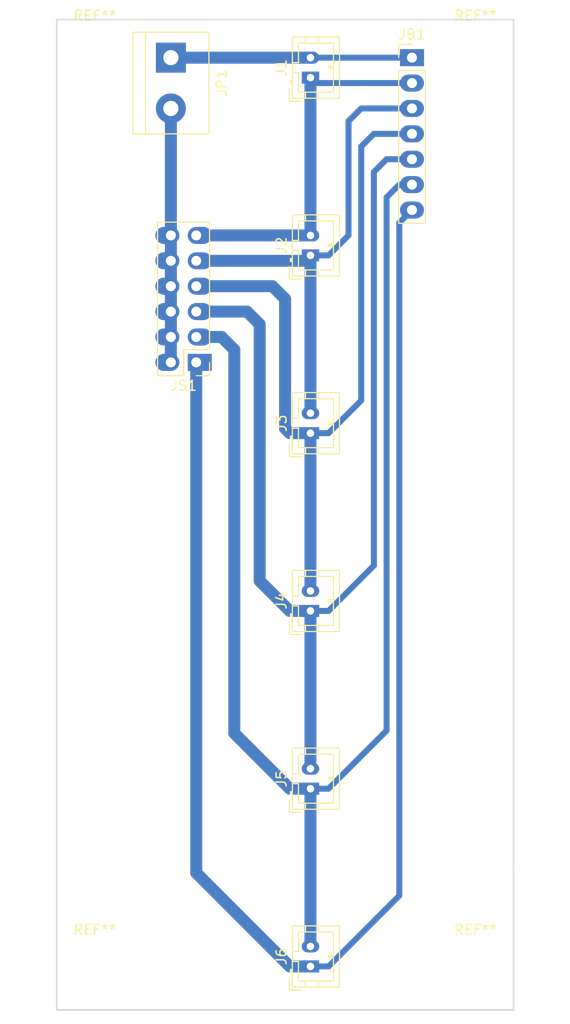
<source format=kicad_pcb>
(kicad_pcb (version 20171130) (host pcbnew "(5.0.0)")

  (general
    (thickness 1.6)
    (drawings 6)
    (tracks 61)
    (zones 0)
    (modules 13)
    (nets 9)
  )

  (page A4)
  (layers
    (0 F.Cu signal)
    (31 B.Cu signal)
    (32 B.Adhes user)
    (33 F.Adhes user)
    (34 B.Paste user)
    (35 F.Paste user)
    (36 B.SilkS user)
    (37 F.SilkS user)
    (38 B.Mask user)
    (39 F.Mask user)
    (40 Dwgs.User user)
    (41 Cmts.User user)
    (42 Eco1.User user)
    (43 Eco2.User user)
    (44 Edge.Cuts user)
    (45 Margin user)
    (46 B.CrtYd user)
    (47 F.CrtYd user)
    (48 B.Fab user)
    (49 F.Fab user)
  )

  (setup
    (last_trace_width 1.2)
    (trace_clearance 0.35)
    (zone_clearance 0.508)
    (zone_45_only no)
    (trace_min 0.2)
    (segment_width 0.2)
    (edge_width 0.15)
    (via_size 0.8)
    (via_drill 0.4)
    (via_min_size 0.4)
    (via_min_drill 0.3)
    (uvia_size 0.3)
    (uvia_drill 0.1)
    (uvias_allowed no)
    (uvia_min_size 0.2)
    (uvia_min_drill 0.1)
    (pcb_text_width 0.3)
    (pcb_text_size 1.5 1.5)
    (mod_edge_width 0.15)
    (mod_text_size 1 1)
    (mod_text_width 0.15)
    (pad_size 2.4 1.7)
    (pad_drill 1)
    (pad_to_mask_clearance 0.2)
    (aux_axis_origin 0 0)
    (visible_elements 7FFFFFFF)
    (pcbplotparams
      (layerselection 0x01000_fffffffe)
      (usegerberextensions false)
      (usegerberattributes false)
      (usegerberadvancedattributes false)
      (creategerberjobfile false)
      (gerberprecision 5)
      (excludeedgelayer true)
      (linewidth 0.100000)
      (plotframeref false)
      (viasonmask false)
      (mode 1)
      (useauxorigin false)
      (hpglpennumber 1)
      (hpglpenspeed 20)
      (hpglpendiameter 15.000000)
      (psnegative false)
      (psa4output false)
      (plotreference true)
      (plotvalue true)
      (plotinvisibletext false)
      (padsonsilk false)
      (subtractmaskfromsilk false)
      (outputformat 1)
      (mirror false)
      (drillshape 0)
      (scaleselection 1)
      (outputdirectory "Gerber/"))
  )

  (net 0 "")
  (net 1 /-)
  (net 2 /+1s)
  (net 3 /+2s)
  (net 4 /+3s)
  (net 5 /+4s)
  (net 6 /+5s)
  (net 7 /+6s)
  (net 8 /+)

  (net_class Default "Dies ist die voreingestellte Netzklasse."
    (clearance 0.35)
    (trace_width 1.2)
    (via_dia 0.8)
    (via_drill 0.4)
    (uvia_dia 0.3)
    (uvia_drill 0.1)
    (add_net /+)
    (add_net /+1s)
    (add_net /+2s)
    (add_net /+3s)
    (add_net /+4s)
    (add_net /+5s)
    (add_net /+6s)
    (add_net /-)
  )

  (module MountingHole:MountingHole_3.2mm_M3 (layer F.Cu) (tedit 56D1B4CB) (tstamp 5BBDEA51)
    (at 119.38 149.86)
    (descr "Mounting Hole 3.2mm, no annular, M3")
    (tags "mounting hole 3.2mm no annular m3")
    (attr virtual)
    (fp_text reference REF** (at 0 -4.2) (layer F.SilkS)
      (effects (font (size 1 1) (thickness 0.15)))
    )
    (fp_text value MountingHole_3.2mm_M3 (at 0 4.2) (layer F.Fab)
      (effects (font (size 1 1) (thickness 0.15)))
    )
    (fp_text user %R (at 0.3 0) (layer F.Fab)
      (effects (font (size 1 1) (thickness 0.15)))
    )
    (fp_circle (center 0 0) (end 3.2 0) (layer Cmts.User) (width 0.15))
    (fp_circle (center 0 0) (end 3.45 0) (layer F.CrtYd) (width 0.05))
    (pad 1 np_thru_hole circle (at 0 0) (size 3.2 3.2) (drill 3.2) (layers *.Cu *.Mask))
  )

  (module MountingHole:MountingHole_3.2mm_M3 (layer F.Cu) (tedit 56D1B4CB) (tstamp 5BBBD307)
    (at 157.48 149.86)
    (descr "Mounting Hole 3.2mm, no annular, M3")
    (tags "mounting hole 3.2mm no annular m3")
    (attr virtual)
    (fp_text reference REF** (at 0 -4.2) (layer F.SilkS)
      (effects (font (size 1 1) (thickness 0.15)))
    )
    (fp_text value MountingHole_3.2mm_M3 (at 0 4.2) (layer F.Fab)
      (effects (font (size 1 1) (thickness 0.15)))
    )
    (fp_circle (center 0 0) (end 3.45 0) (layer F.CrtYd) (width 0.05))
    (fp_circle (center 0 0) (end 3.2 0) (layer Cmts.User) (width 0.15))
    (fp_text user %R (at 0.3 0) (layer F.Fab)
      (effects (font (size 1 1) (thickness 0.15)))
    )
    (pad 1 np_thru_hole circle (at 0 0) (size 3.2 3.2) (drill 3.2) (layers *.Cu *.Mask))
  )

  (module MountingHole:MountingHole_3.2mm_M3 (layer F.Cu) (tedit 56D1B4CB) (tstamp 5BBBD2F9)
    (at 119.38 58.42)
    (descr "Mounting Hole 3.2mm, no annular, M3")
    (tags "mounting hole 3.2mm no annular m3")
    (attr virtual)
    (fp_text reference REF** (at 0 -4.2) (layer F.SilkS)
      (effects (font (size 1 1) (thickness 0.15)))
    )
    (fp_text value MountingHole_3.2mm_M3 (at 0 4.2) (layer F.Fab)
      (effects (font (size 1 1) (thickness 0.15)))
    )
    (fp_text user %R (at 0.3 0) (layer F.Fab)
      (effects (font (size 1 1) (thickness 0.15)))
    )
    (fp_circle (center 0 0) (end 3.2 0) (layer Cmts.User) (width 0.15))
    (fp_circle (center 0 0) (end 3.45 0) (layer F.CrtYd) (width 0.05))
    (pad 1 np_thru_hole circle (at 0 0) (size 3.2 3.2) (drill 3.2) (layers *.Cu *.Mask))
  )

  (module Connector_JST:JST_PH_B2B-PH-K_1x02_P2.00mm_Vertical (layer F.Cu) (tedit 5A0E414C) (tstamp 5BBDDE3E)
    (at 140.97 60.42 90)
    (descr "JST PH series connector, B2B-PH-K (http://www.jst-mfg.com/product/pdf/eng/ePH.pdf), generated with kicad-footprint-generator")
    (tags "connector JST PH side entry")
    (path /5BB0DF1D)
    (fp_text reference J1 (at 1 -2.9 90) (layer F.SilkS)
      (effects (font (size 1 1) (thickness 0.15)))
    )
    (fp_text value Conn_01x02_Male (at 1 4 90) (layer F.Fab)
      (effects (font (size 1 1) (thickness 0.15)))
    )
    (fp_line (start -2.06 -1.81) (end -2.06 2.91) (layer F.SilkS) (width 0.12))
    (fp_line (start -2.06 2.91) (end 4.06 2.91) (layer F.SilkS) (width 0.12))
    (fp_line (start 4.06 2.91) (end 4.06 -1.81) (layer F.SilkS) (width 0.12))
    (fp_line (start 4.06 -1.81) (end -2.06 -1.81) (layer F.SilkS) (width 0.12))
    (fp_line (start -0.3 -1.81) (end -0.3 -2.01) (layer F.SilkS) (width 0.12))
    (fp_line (start -0.3 -2.01) (end -0.6 -2.01) (layer F.SilkS) (width 0.12))
    (fp_line (start -0.6 -2.01) (end -0.6 -1.81) (layer F.SilkS) (width 0.12))
    (fp_line (start -0.3 -1.91) (end -0.6 -1.91) (layer F.SilkS) (width 0.12))
    (fp_line (start 0.5 -1.81) (end 0.5 -1.2) (layer F.SilkS) (width 0.12))
    (fp_line (start 0.5 -1.2) (end -1.45 -1.2) (layer F.SilkS) (width 0.12))
    (fp_line (start -1.45 -1.2) (end -1.45 2.3) (layer F.SilkS) (width 0.12))
    (fp_line (start -1.45 2.3) (end 3.45 2.3) (layer F.SilkS) (width 0.12))
    (fp_line (start 3.45 2.3) (end 3.45 -1.2) (layer F.SilkS) (width 0.12))
    (fp_line (start 3.45 -1.2) (end 1.5 -1.2) (layer F.SilkS) (width 0.12))
    (fp_line (start 1.5 -1.2) (end 1.5 -1.81) (layer F.SilkS) (width 0.12))
    (fp_line (start -2.06 -0.5) (end -1.45 -0.5) (layer F.SilkS) (width 0.12))
    (fp_line (start -2.06 0.8) (end -1.45 0.8) (layer F.SilkS) (width 0.12))
    (fp_line (start 4.06 -0.5) (end 3.45 -0.5) (layer F.SilkS) (width 0.12))
    (fp_line (start 4.06 0.8) (end 3.45 0.8) (layer F.SilkS) (width 0.12))
    (fp_line (start 0.9 2.3) (end 0.9 1.8) (layer F.SilkS) (width 0.12))
    (fp_line (start 0.9 1.8) (end 1.1 1.8) (layer F.SilkS) (width 0.12))
    (fp_line (start 1.1 1.8) (end 1.1 2.3) (layer F.SilkS) (width 0.12))
    (fp_line (start 1 2.3) (end 1 1.8) (layer F.SilkS) (width 0.12))
    (fp_line (start -1.11 -2.11) (end -2.36 -2.11) (layer F.SilkS) (width 0.12))
    (fp_line (start -2.36 -2.11) (end -2.36 -0.86) (layer F.SilkS) (width 0.12))
    (fp_line (start -1.11 -2.11) (end -2.36 -2.11) (layer F.Fab) (width 0.1))
    (fp_line (start -2.36 -2.11) (end -2.36 -0.86) (layer F.Fab) (width 0.1))
    (fp_line (start -1.95 -1.7) (end -1.95 2.8) (layer F.Fab) (width 0.1))
    (fp_line (start -1.95 2.8) (end 3.95 2.8) (layer F.Fab) (width 0.1))
    (fp_line (start 3.95 2.8) (end 3.95 -1.7) (layer F.Fab) (width 0.1))
    (fp_line (start 3.95 -1.7) (end -1.95 -1.7) (layer F.Fab) (width 0.1))
    (fp_line (start -2.45 -2.2) (end -2.45 3.3) (layer F.CrtYd) (width 0.05))
    (fp_line (start -2.45 3.3) (end 4.45 3.3) (layer F.CrtYd) (width 0.05))
    (fp_line (start 4.45 3.3) (end 4.45 -2.2) (layer F.CrtYd) (width 0.05))
    (fp_line (start 4.45 -2.2) (end -2.45 -2.2) (layer F.CrtYd) (width 0.05))
    (fp_text user %R (at 1 1.5 90) (layer F.Fab)
      (effects (font (size 1 1) (thickness 0.15)))
    )
    (pad 1 thru_hole rect (at 0 0 90) (size 1.2 1.75) (drill 0.75) (layers *.Cu *.Mask)
      (net 2 /+1s))
    (pad 2 thru_hole oval (at 2 0 90) (size 1.2 1.75) (drill 0.75) (layers *.Cu *.Mask)
      (net 1 /-))
    (model ${KISYS3DMOD}/Connector_JST.3dshapes/JST_PH_B2B-PH-K_1x02_P2.00mm_Vertical.wrl
      (at (xyz 0 0 0))
      (scale (xyz 1 1 1))
      (rotate (xyz 0 0 0))
    )
  )

  (module Connector_JST:JST_PH_B2B-PH-K_1x02_P2.00mm_Vertical (layer F.Cu) (tedit 5A0E414C) (tstamp 5BBDEB28)
    (at 140.97 78.2 90)
    (descr "JST PH series connector, B2B-PH-K (http://www.jst-mfg.com/product/pdf/eng/ePH.pdf), generated with kicad-footprint-generator")
    (tags "connector JST PH side entry")
    (path /5BB0DEBC)
    (fp_text reference J2 (at 1 -2.9 90) (layer F.SilkS)
      (effects (font (size 1 1) (thickness 0.15)))
    )
    (fp_text value Conn_01x02_Male (at 1 4 90) (layer F.Fab)
      (effects (font (size 1 1) (thickness 0.15)))
    )
    (fp_text user %R (at 1 1.5 90) (layer F.Fab)
      (effects (font (size 1 1) (thickness 0.15)))
    )
    (fp_line (start 4.45 -2.2) (end -2.45 -2.2) (layer F.CrtYd) (width 0.05))
    (fp_line (start 4.45 3.3) (end 4.45 -2.2) (layer F.CrtYd) (width 0.05))
    (fp_line (start -2.45 3.3) (end 4.45 3.3) (layer F.CrtYd) (width 0.05))
    (fp_line (start -2.45 -2.2) (end -2.45 3.3) (layer F.CrtYd) (width 0.05))
    (fp_line (start 3.95 -1.7) (end -1.95 -1.7) (layer F.Fab) (width 0.1))
    (fp_line (start 3.95 2.8) (end 3.95 -1.7) (layer F.Fab) (width 0.1))
    (fp_line (start -1.95 2.8) (end 3.95 2.8) (layer F.Fab) (width 0.1))
    (fp_line (start -1.95 -1.7) (end -1.95 2.8) (layer F.Fab) (width 0.1))
    (fp_line (start -2.36 -2.11) (end -2.36 -0.86) (layer F.Fab) (width 0.1))
    (fp_line (start -1.11 -2.11) (end -2.36 -2.11) (layer F.Fab) (width 0.1))
    (fp_line (start -2.36 -2.11) (end -2.36 -0.86) (layer F.SilkS) (width 0.12))
    (fp_line (start -1.11 -2.11) (end -2.36 -2.11) (layer F.SilkS) (width 0.12))
    (fp_line (start 1 2.3) (end 1 1.8) (layer F.SilkS) (width 0.12))
    (fp_line (start 1.1 1.8) (end 1.1 2.3) (layer F.SilkS) (width 0.12))
    (fp_line (start 0.9 1.8) (end 1.1 1.8) (layer F.SilkS) (width 0.12))
    (fp_line (start 0.9 2.3) (end 0.9 1.8) (layer F.SilkS) (width 0.12))
    (fp_line (start 4.06 0.8) (end 3.45 0.8) (layer F.SilkS) (width 0.12))
    (fp_line (start 4.06 -0.5) (end 3.45 -0.5) (layer F.SilkS) (width 0.12))
    (fp_line (start -2.06 0.8) (end -1.45 0.8) (layer F.SilkS) (width 0.12))
    (fp_line (start -2.06 -0.5) (end -1.45 -0.5) (layer F.SilkS) (width 0.12))
    (fp_line (start 1.5 -1.2) (end 1.5 -1.81) (layer F.SilkS) (width 0.12))
    (fp_line (start 3.45 -1.2) (end 1.5 -1.2) (layer F.SilkS) (width 0.12))
    (fp_line (start 3.45 2.3) (end 3.45 -1.2) (layer F.SilkS) (width 0.12))
    (fp_line (start -1.45 2.3) (end 3.45 2.3) (layer F.SilkS) (width 0.12))
    (fp_line (start -1.45 -1.2) (end -1.45 2.3) (layer F.SilkS) (width 0.12))
    (fp_line (start 0.5 -1.2) (end -1.45 -1.2) (layer F.SilkS) (width 0.12))
    (fp_line (start 0.5 -1.81) (end 0.5 -1.2) (layer F.SilkS) (width 0.12))
    (fp_line (start -0.3 -1.91) (end -0.6 -1.91) (layer F.SilkS) (width 0.12))
    (fp_line (start -0.6 -2.01) (end -0.6 -1.81) (layer F.SilkS) (width 0.12))
    (fp_line (start -0.3 -2.01) (end -0.6 -2.01) (layer F.SilkS) (width 0.12))
    (fp_line (start -0.3 -1.81) (end -0.3 -2.01) (layer F.SilkS) (width 0.12))
    (fp_line (start 4.06 -1.81) (end -2.06 -1.81) (layer F.SilkS) (width 0.12))
    (fp_line (start 4.06 2.91) (end 4.06 -1.81) (layer F.SilkS) (width 0.12))
    (fp_line (start -2.06 2.91) (end 4.06 2.91) (layer F.SilkS) (width 0.12))
    (fp_line (start -2.06 -1.81) (end -2.06 2.91) (layer F.SilkS) (width 0.12))
    (pad 2 thru_hole oval (at 2 0 90) (size 1.2 1.75) (drill 0.75) (layers *.Cu *.Mask)
      (net 2 /+1s))
    (pad 1 thru_hole rect (at 0 0 90) (size 1.2 1.75) (drill 0.75) (layers *.Cu *.Mask)
      (net 3 /+2s))
    (model ${KISYS3DMOD}/Connector_JST.3dshapes/JST_PH_B2B-PH-K_1x02_P2.00mm_Vertical.wrl
      (at (xyz 0 0 0))
      (scale (xyz 1 1 1))
      (rotate (xyz 0 0 0))
    )
  )

  (module Connector_JST:JST_PH_B2B-PH-K_1x02_P2.00mm_Vertical (layer F.Cu) (tedit 5A0E414C) (tstamp 5BBDDF64)
    (at 140.97 95.98 90)
    (descr "JST PH series connector, B2B-PH-K (http://www.jst-mfg.com/product/pdf/eng/ePH.pdf), generated with kicad-footprint-generator")
    (tags "connector JST PH side entry")
    (path /5BB0DE60)
    (fp_text reference J3 (at 1 -2.9 90) (layer F.SilkS)
      (effects (font (size 1 1) (thickness 0.15)))
    )
    (fp_text value Conn_01x02_Male (at 1 4 90) (layer F.Fab)
      (effects (font (size 1 1) (thickness 0.15)))
    )
    (fp_line (start -2.06 -1.81) (end -2.06 2.91) (layer F.SilkS) (width 0.12))
    (fp_line (start -2.06 2.91) (end 4.06 2.91) (layer F.SilkS) (width 0.12))
    (fp_line (start 4.06 2.91) (end 4.06 -1.81) (layer F.SilkS) (width 0.12))
    (fp_line (start 4.06 -1.81) (end -2.06 -1.81) (layer F.SilkS) (width 0.12))
    (fp_line (start -0.3 -1.81) (end -0.3 -2.01) (layer F.SilkS) (width 0.12))
    (fp_line (start -0.3 -2.01) (end -0.6 -2.01) (layer F.SilkS) (width 0.12))
    (fp_line (start -0.6 -2.01) (end -0.6 -1.81) (layer F.SilkS) (width 0.12))
    (fp_line (start -0.3 -1.91) (end -0.6 -1.91) (layer F.SilkS) (width 0.12))
    (fp_line (start 0.5 -1.81) (end 0.5 -1.2) (layer F.SilkS) (width 0.12))
    (fp_line (start 0.5 -1.2) (end -1.45 -1.2) (layer F.SilkS) (width 0.12))
    (fp_line (start -1.45 -1.2) (end -1.45 2.3) (layer F.SilkS) (width 0.12))
    (fp_line (start -1.45 2.3) (end 3.45 2.3) (layer F.SilkS) (width 0.12))
    (fp_line (start 3.45 2.3) (end 3.45 -1.2) (layer F.SilkS) (width 0.12))
    (fp_line (start 3.45 -1.2) (end 1.5 -1.2) (layer F.SilkS) (width 0.12))
    (fp_line (start 1.5 -1.2) (end 1.5 -1.81) (layer F.SilkS) (width 0.12))
    (fp_line (start -2.06 -0.5) (end -1.45 -0.5) (layer F.SilkS) (width 0.12))
    (fp_line (start -2.06 0.8) (end -1.45 0.8) (layer F.SilkS) (width 0.12))
    (fp_line (start 4.06 -0.5) (end 3.45 -0.5) (layer F.SilkS) (width 0.12))
    (fp_line (start 4.06 0.8) (end 3.45 0.8) (layer F.SilkS) (width 0.12))
    (fp_line (start 0.9 2.3) (end 0.9 1.8) (layer F.SilkS) (width 0.12))
    (fp_line (start 0.9 1.8) (end 1.1 1.8) (layer F.SilkS) (width 0.12))
    (fp_line (start 1.1 1.8) (end 1.1 2.3) (layer F.SilkS) (width 0.12))
    (fp_line (start 1 2.3) (end 1 1.8) (layer F.SilkS) (width 0.12))
    (fp_line (start -1.11 -2.11) (end -2.36 -2.11) (layer F.SilkS) (width 0.12))
    (fp_line (start -2.36 -2.11) (end -2.36 -0.86) (layer F.SilkS) (width 0.12))
    (fp_line (start -1.11 -2.11) (end -2.36 -2.11) (layer F.Fab) (width 0.1))
    (fp_line (start -2.36 -2.11) (end -2.36 -0.86) (layer F.Fab) (width 0.1))
    (fp_line (start -1.95 -1.7) (end -1.95 2.8) (layer F.Fab) (width 0.1))
    (fp_line (start -1.95 2.8) (end 3.95 2.8) (layer F.Fab) (width 0.1))
    (fp_line (start 3.95 2.8) (end 3.95 -1.7) (layer F.Fab) (width 0.1))
    (fp_line (start 3.95 -1.7) (end -1.95 -1.7) (layer F.Fab) (width 0.1))
    (fp_line (start -2.45 -2.2) (end -2.45 3.3) (layer F.CrtYd) (width 0.05))
    (fp_line (start -2.45 3.3) (end 4.45 3.3) (layer F.CrtYd) (width 0.05))
    (fp_line (start 4.45 3.3) (end 4.45 -2.2) (layer F.CrtYd) (width 0.05))
    (fp_line (start 4.45 -2.2) (end -2.45 -2.2) (layer F.CrtYd) (width 0.05))
    (fp_text user %R (at 1 1.5 90) (layer F.Fab)
      (effects (font (size 1 1) (thickness 0.15)))
    )
    (pad 1 thru_hole rect (at 0 0 90) (size 1.2 1.75) (drill 0.75) (layers *.Cu *.Mask)
      (net 4 /+3s))
    (pad 2 thru_hole oval (at 2 0 90) (size 1.2 1.75) (drill 0.75) (layers *.Cu *.Mask)
      (net 3 /+2s))
    (model ${KISYS3DMOD}/Connector_JST.3dshapes/JST_PH_B2B-PH-K_1x02_P2.00mm_Vertical.wrl
      (at (xyz 0 0 0))
      (scale (xyz 1 1 1))
      (rotate (xyz 0 0 0))
    )
  )

  (module Connector_JST:JST_PH_B2B-PH-K_1x02_P2.00mm_Vertical (layer F.Cu) (tedit 5A0E414C) (tstamp 5BBE0225)
    (at 140.97 113.76 90)
    (descr "JST PH series connector, B2B-PH-K (http://www.jst-mfg.com/product/pdf/eng/ePH.pdf), generated with kicad-footprint-generator")
    (tags "connector JST PH side entry")
    (path /5BB0DE2A)
    (fp_text reference J4 (at 1 -2.9 90) (layer F.SilkS)
      (effects (font (size 1 1) (thickness 0.15)))
    )
    (fp_text value Conn_01x02_Male (at 1 4 90) (layer F.Fab)
      (effects (font (size 1 1) (thickness 0.15)))
    )
    (fp_text user %R (at 1 1.5 90) (layer F.Fab)
      (effects (font (size 1 1) (thickness 0.15)))
    )
    (fp_line (start 4.45 -2.2) (end -2.45 -2.2) (layer F.CrtYd) (width 0.05))
    (fp_line (start 4.45 3.3) (end 4.45 -2.2) (layer F.CrtYd) (width 0.05))
    (fp_line (start -2.45 3.3) (end 4.45 3.3) (layer F.CrtYd) (width 0.05))
    (fp_line (start -2.45 -2.2) (end -2.45 3.3) (layer F.CrtYd) (width 0.05))
    (fp_line (start 3.95 -1.7) (end -1.95 -1.7) (layer F.Fab) (width 0.1))
    (fp_line (start 3.95 2.8) (end 3.95 -1.7) (layer F.Fab) (width 0.1))
    (fp_line (start -1.95 2.8) (end 3.95 2.8) (layer F.Fab) (width 0.1))
    (fp_line (start -1.95 -1.7) (end -1.95 2.8) (layer F.Fab) (width 0.1))
    (fp_line (start -2.36 -2.11) (end -2.36 -0.86) (layer F.Fab) (width 0.1))
    (fp_line (start -1.11 -2.11) (end -2.36 -2.11) (layer F.Fab) (width 0.1))
    (fp_line (start -2.36 -2.11) (end -2.36 -0.86) (layer F.SilkS) (width 0.12))
    (fp_line (start -1.11 -2.11) (end -2.36 -2.11) (layer F.SilkS) (width 0.12))
    (fp_line (start 1 2.3) (end 1 1.8) (layer F.SilkS) (width 0.12))
    (fp_line (start 1.1 1.8) (end 1.1 2.3) (layer F.SilkS) (width 0.12))
    (fp_line (start 0.9 1.8) (end 1.1 1.8) (layer F.SilkS) (width 0.12))
    (fp_line (start 0.9 2.3) (end 0.9 1.8) (layer F.SilkS) (width 0.12))
    (fp_line (start 4.06 0.8) (end 3.45 0.8) (layer F.SilkS) (width 0.12))
    (fp_line (start 4.06 -0.5) (end 3.45 -0.5) (layer F.SilkS) (width 0.12))
    (fp_line (start -2.06 0.8) (end -1.45 0.8) (layer F.SilkS) (width 0.12))
    (fp_line (start -2.06 -0.5) (end -1.45 -0.5) (layer F.SilkS) (width 0.12))
    (fp_line (start 1.5 -1.2) (end 1.5 -1.81) (layer F.SilkS) (width 0.12))
    (fp_line (start 3.45 -1.2) (end 1.5 -1.2) (layer F.SilkS) (width 0.12))
    (fp_line (start 3.45 2.3) (end 3.45 -1.2) (layer F.SilkS) (width 0.12))
    (fp_line (start -1.45 2.3) (end 3.45 2.3) (layer F.SilkS) (width 0.12))
    (fp_line (start -1.45 -1.2) (end -1.45 2.3) (layer F.SilkS) (width 0.12))
    (fp_line (start 0.5 -1.2) (end -1.45 -1.2) (layer F.SilkS) (width 0.12))
    (fp_line (start 0.5 -1.81) (end 0.5 -1.2) (layer F.SilkS) (width 0.12))
    (fp_line (start -0.3 -1.91) (end -0.6 -1.91) (layer F.SilkS) (width 0.12))
    (fp_line (start -0.6 -2.01) (end -0.6 -1.81) (layer F.SilkS) (width 0.12))
    (fp_line (start -0.3 -2.01) (end -0.6 -2.01) (layer F.SilkS) (width 0.12))
    (fp_line (start -0.3 -1.81) (end -0.3 -2.01) (layer F.SilkS) (width 0.12))
    (fp_line (start 4.06 -1.81) (end -2.06 -1.81) (layer F.SilkS) (width 0.12))
    (fp_line (start 4.06 2.91) (end 4.06 -1.81) (layer F.SilkS) (width 0.12))
    (fp_line (start -2.06 2.91) (end 4.06 2.91) (layer F.SilkS) (width 0.12))
    (fp_line (start -2.06 -1.81) (end -2.06 2.91) (layer F.SilkS) (width 0.12))
    (pad 2 thru_hole oval (at 2 0 90) (size 1.2 1.75) (drill 0.75) (layers *.Cu *.Mask)
      (net 4 /+3s))
    (pad 1 thru_hole rect (at 0 0 90) (size 1.2 1.75) (drill 0.75) (layers *.Cu *.Mask)
      (net 5 /+4s))
    (model ${KISYS3DMOD}/Connector_JST.3dshapes/JST_PH_B2B-PH-K_1x02_P2.00mm_Vertical.wrl
      (at (xyz 0 0 0))
      (scale (xyz 1 1 1))
      (rotate (xyz 0 0 0))
    )
  )

  (module Connector_JST:JST_PH_B2B-PH-K_1x02_P2.00mm_Vertical (layer F.Cu) (tedit 5A0E414C) (tstamp 5BBE02F4)
    (at 140.97 131.54 90)
    (descr "JST PH series connector, B2B-PH-K (http://www.jst-mfg.com/product/pdf/eng/ePH.pdf), generated with kicad-footprint-generator")
    (tags "connector JST PH side entry")
    (path /5BB0DCD3)
    (fp_text reference J5 (at 1 -2.9 90) (layer F.SilkS)
      (effects (font (size 1 1) (thickness 0.15)))
    )
    (fp_text value Conn_01x02_Male (at 1 4 90) (layer F.Fab)
      (effects (font (size 1 1) (thickness 0.15)))
    )
    (fp_text user %R (at 1 1.5 90) (layer F.Fab)
      (effects (font (size 1 1) (thickness 0.15)))
    )
    (fp_line (start 4.45 -2.2) (end -2.45 -2.2) (layer F.CrtYd) (width 0.05))
    (fp_line (start 4.45 3.3) (end 4.45 -2.2) (layer F.CrtYd) (width 0.05))
    (fp_line (start -2.45 3.3) (end 4.45 3.3) (layer F.CrtYd) (width 0.05))
    (fp_line (start -2.45 -2.2) (end -2.45 3.3) (layer F.CrtYd) (width 0.05))
    (fp_line (start 3.95 -1.7) (end -1.95 -1.7) (layer F.Fab) (width 0.1))
    (fp_line (start 3.95 2.8) (end 3.95 -1.7) (layer F.Fab) (width 0.1))
    (fp_line (start -1.95 2.8) (end 3.95 2.8) (layer F.Fab) (width 0.1))
    (fp_line (start -1.95 -1.7) (end -1.95 2.8) (layer F.Fab) (width 0.1))
    (fp_line (start -2.36 -2.11) (end -2.36 -0.86) (layer F.Fab) (width 0.1))
    (fp_line (start -1.11 -2.11) (end -2.36 -2.11) (layer F.Fab) (width 0.1))
    (fp_line (start -2.36 -2.11) (end -2.36 -0.86) (layer F.SilkS) (width 0.12))
    (fp_line (start -1.11 -2.11) (end -2.36 -2.11) (layer F.SilkS) (width 0.12))
    (fp_line (start 1 2.3) (end 1 1.8) (layer F.SilkS) (width 0.12))
    (fp_line (start 1.1 1.8) (end 1.1 2.3) (layer F.SilkS) (width 0.12))
    (fp_line (start 0.9 1.8) (end 1.1 1.8) (layer F.SilkS) (width 0.12))
    (fp_line (start 0.9 2.3) (end 0.9 1.8) (layer F.SilkS) (width 0.12))
    (fp_line (start 4.06 0.8) (end 3.45 0.8) (layer F.SilkS) (width 0.12))
    (fp_line (start 4.06 -0.5) (end 3.45 -0.5) (layer F.SilkS) (width 0.12))
    (fp_line (start -2.06 0.8) (end -1.45 0.8) (layer F.SilkS) (width 0.12))
    (fp_line (start -2.06 -0.5) (end -1.45 -0.5) (layer F.SilkS) (width 0.12))
    (fp_line (start 1.5 -1.2) (end 1.5 -1.81) (layer F.SilkS) (width 0.12))
    (fp_line (start 3.45 -1.2) (end 1.5 -1.2) (layer F.SilkS) (width 0.12))
    (fp_line (start 3.45 2.3) (end 3.45 -1.2) (layer F.SilkS) (width 0.12))
    (fp_line (start -1.45 2.3) (end 3.45 2.3) (layer F.SilkS) (width 0.12))
    (fp_line (start -1.45 -1.2) (end -1.45 2.3) (layer F.SilkS) (width 0.12))
    (fp_line (start 0.5 -1.2) (end -1.45 -1.2) (layer F.SilkS) (width 0.12))
    (fp_line (start 0.5 -1.81) (end 0.5 -1.2) (layer F.SilkS) (width 0.12))
    (fp_line (start -0.3 -1.91) (end -0.6 -1.91) (layer F.SilkS) (width 0.12))
    (fp_line (start -0.6 -2.01) (end -0.6 -1.81) (layer F.SilkS) (width 0.12))
    (fp_line (start -0.3 -2.01) (end -0.6 -2.01) (layer F.SilkS) (width 0.12))
    (fp_line (start -0.3 -1.81) (end -0.3 -2.01) (layer F.SilkS) (width 0.12))
    (fp_line (start 4.06 -1.81) (end -2.06 -1.81) (layer F.SilkS) (width 0.12))
    (fp_line (start 4.06 2.91) (end 4.06 -1.81) (layer F.SilkS) (width 0.12))
    (fp_line (start -2.06 2.91) (end 4.06 2.91) (layer F.SilkS) (width 0.12))
    (fp_line (start -2.06 -1.81) (end -2.06 2.91) (layer F.SilkS) (width 0.12))
    (pad 2 thru_hole oval (at 2 0 90) (size 1.2 1.75) (drill 0.75) (layers *.Cu *.Mask)
      (net 5 /+4s))
    (pad 1 thru_hole rect (at 0 0 90) (size 1.2 1.75) (drill 0.75) (layers *.Cu *.Mask)
      (net 6 /+5s))
    (model ${KISYS3DMOD}/Connector_JST.3dshapes/JST_PH_B2B-PH-K_1x02_P2.00mm_Vertical.wrl
      (at (xyz 0 0 0))
      (scale (xyz 1 1 1))
      (rotate (xyz 0 0 0))
    )
  )

  (module Connector_JST:JST_PH_B2B-PH-K_1x02_P2.00mm_Vertical (layer F.Cu) (tedit 5A0E414C) (tstamp 5BBDDBC5)
    (at 140.97 149.32 90)
    (descr "JST PH series connector, B2B-PH-K (http://www.jst-mfg.com/product/pdf/eng/ePH.pdf), generated with kicad-footprint-generator")
    (tags "connector JST PH side entry")
    (path /5BB0DDC5)
    (fp_text reference J6 (at 1 -2.9 90) (layer F.SilkS)
      (effects (font (size 1 1) (thickness 0.15)))
    )
    (fp_text value Conn_01x02_Male (at 1 4 90) (layer F.Fab)
      (effects (font (size 1 1) (thickness 0.15)))
    )
    (fp_line (start -2.06 -1.81) (end -2.06 2.91) (layer F.SilkS) (width 0.12))
    (fp_line (start -2.06 2.91) (end 4.06 2.91) (layer F.SilkS) (width 0.12))
    (fp_line (start 4.06 2.91) (end 4.06 -1.81) (layer F.SilkS) (width 0.12))
    (fp_line (start 4.06 -1.81) (end -2.06 -1.81) (layer F.SilkS) (width 0.12))
    (fp_line (start -0.3 -1.81) (end -0.3 -2.01) (layer F.SilkS) (width 0.12))
    (fp_line (start -0.3 -2.01) (end -0.6 -2.01) (layer F.SilkS) (width 0.12))
    (fp_line (start -0.6 -2.01) (end -0.6 -1.81) (layer F.SilkS) (width 0.12))
    (fp_line (start -0.3 -1.91) (end -0.6 -1.91) (layer F.SilkS) (width 0.12))
    (fp_line (start 0.5 -1.81) (end 0.5 -1.2) (layer F.SilkS) (width 0.12))
    (fp_line (start 0.5 -1.2) (end -1.45 -1.2) (layer F.SilkS) (width 0.12))
    (fp_line (start -1.45 -1.2) (end -1.45 2.3) (layer F.SilkS) (width 0.12))
    (fp_line (start -1.45 2.3) (end 3.45 2.3) (layer F.SilkS) (width 0.12))
    (fp_line (start 3.45 2.3) (end 3.45 -1.2) (layer F.SilkS) (width 0.12))
    (fp_line (start 3.45 -1.2) (end 1.5 -1.2) (layer F.SilkS) (width 0.12))
    (fp_line (start 1.5 -1.2) (end 1.5 -1.81) (layer F.SilkS) (width 0.12))
    (fp_line (start -2.06 -0.5) (end -1.45 -0.5) (layer F.SilkS) (width 0.12))
    (fp_line (start -2.06 0.8) (end -1.45 0.8) (layer F.SilkS) (width 0.12))
    (fp_line (start 4.06 -0.5) (end 3.45 -0.5) (layer F.SilkS) (width 0.12))
    (fp_line (start 4.06 0.8) (end 3.45 0.8) (layer F.SilkS) (width 0.12))
    (fp_line (start 0.9 2.3) (end 0.9 1.8) (layer F.SilkS) (width 0.12))
    (fp_line (start 0.9 1.8) (end 1.1 1.8) (layer F.SilkS) (width 0.12))
    (fp_line (start 1.1 1.8) (end 1.1 2.3) (layer F.SilkS) (width 0.12))
    (fp_line (start 1 2.3) (end 1 1.8) (layer F.SilkS) (width 0.12))
    (fp_line (start -1.11 -2.11) (end -2.36 -2.11) (layer F.SilkS) (width 0.12))
    (fp_line (start -2.36 -2.11) (end -2.36 -0.86) (layer F.SilkS) (width 0.12))
    (fp_line (start -1.11 -2.11) (end -2.36 -2.11) (layer F.Fab) (width 0.1))
    (fp_line (start -2.36 -2.11) (end -2.36 -0.86) (layer F.Fab) (width 0.1))
    (fp_line (start -1.95 -1.7) (end -1.95 2.8) (layer F.Fab) (width 0.1))
    (fp_line (start -1.95 2.8) (end 3.95 2.8) (layer F.Fab) (width 0.1))
    (fp_line (start 3.95 2.8) (end 3.95 -1.7) (layer F.Fab) (width 0.1))
    (fp_line (start 3.95 -1.7) (end -1.95 -1.7) (layer F.Fab) (width 0.1))
    (fp_line (start -2.45 -2.2) (end -2.45 3.3) (layer F.CrtYd) (width 0.05))
    (fp_line (start -2.45 3.3) (end 4.45 3.3) (layer F.CrtYd) (width 0.05))
    (fp_line (start 4.45 3.3) (end 4.45 -2.2) (layer F.CrtYd) (width 0.05))
    (fp_line (start 4.45 -2.2) (end -2.45 -2.2) (layer F.CrtYd) (width 0.05))
    (fp_text user %R (at 1 1.5 90) (layer F.Fab)
      (effects (font (size 1 1) (thickness 0.15)))
    )
    (pad 1 thru_hole rect (at 0 0 90) (size 1.2 1.75) (drill 0.75) (layers *.Cu *.Mask)
      (net 7 /+6s))
    (pad 2 thru_hole oval (at 2 0 90) (size 1.2 1.75) (drill 0.75) (layers *.Cu *.Mask)
      (net 6 /+5s))
    (model ${KISYS3DMOD}/Connector_JST.3dshapes/JST_PH_B2B-PH-K_1x02_P2.00mm_Vertical.wrl
      (at (xyz 0 0 0))
      (scale (xyz 1 1 1))
      (rotate (xyz 0 0 0))
    )
  )

  (module Connector_PinHeader_2.54mm:PinHeader_1x07_P2.54mm_Vertical (layer F.Cu) (tedit 5BBDD1B7) (tstamp 5BBDE45D)
    (at 151.13 58.42)
    (descr "Through hole straight pin header, 1x07, 2.54mm pitch, single row")
    (tags "Through hole pin header THT 1x07 2.54mm single row")
    (path /5BB0E25A)
    (fp_text reference JB1 (at 0 -2.33) (layer F.SilkS)
      (effects (font (size 1 1) (thickness 0.15)))
    )
    (fp_text value Conn_01x07_Male (at 0 17.57) (layer F.Fab)
      (effects (font (size 1 1) (thickness 0.15)))
    )
    (fp_line (start -0.635 -1.27) (end 1.27 -1.27) (layer F.Fab) (width 0.1))
    (fp_line (start 1.27 -1.27) (end 1.27 16.51) (layer F.Fab) (width 0.1))
    (fp_line (start 1.27 16.51) (end -1.27 16.51) (layer F.Fab) (width 0.1))
    (fp_line (start -1.27 16.51) (end -1.27 -0.635) (layer F.Fab) (width 0.1))
    (fp_line (start -1.27 -0.635) (end -0.635 -1.27) (layer F.Fab) (width 0.1))
    (fp_line (start -1.33 16.57) (end 1.33 16.57) (layer F.SilkS) (width 0.12))
    (fp_line (start -1.33 1.27) (end -1.33 16.57) (layer F.SilkS) (width 0.12))
    (fp_line (start 1.33 1.27) (end 1.33 16.57) (layer F.SilkS) (width 0.12))
    (fp_line (start -1.33 1.27) (end 1.33 1.27) (layer F.SilkS) (width 0.12))
    (fp_line (start -1.33 0) (end -1.33 -1.33) (layer F.SilkS) (width 0.12))
    (fp_line (start -1.33 -1.33) (end 0 -1.33) (layer F.SilkS) (width 0.12))
    (fp_line (start -1.8 -1.8) (end -1.8 17.05) (layer F.CrtYd) (width 0.05))
    (fp_line (start -1.8 17.05) (end 1.8 17.05) (layer F.CrtYd) (width 0.05))
    (fp_line (start 1.8 17.05) (end 1.8 -1.8) (layer F.CrtYd) (width 0.05))
    (fp_line (start 1.8 -1.8) (end -1.8 -1.8) (layer F.CrtYd) (width 0.05))
    (fp_text user %R (at 0 7.62 90) (layer F.Fab)
      (effects (font (size 1 1) (thickness 0.15)))
    )
    (pad 1 thru_hole rect (at 0 0) (size 2.4 1.7) (drill 1) (layers *.Cu *.Mask)
      (net 1 /-))
    (pad 2 thru_hole oval (at 0 2.54) (size 2.4 1.7) (drill 1) (layers *.Cu *.Mask)
      (net 2 /+1s))
    (pad 3 thru_hole oval (at 0 5.08) (size 2.4 1.7) (drill 1) (layers *.Cu *.Mask)
      (net 3 /+2s))
    (pad 4 thru_hole oval (at 0 7.62) (size 2.4 1.7) (drill 1) (layers *.Cu *.Mask)
      (net 4 /+3s))
    (pad 5 thru_hole oval (at 0 10.16) (size 2.4 1.7) (drill 1) (layers *.Cu *.Mask)
      (net 5 /+4s))
    (pad 6 thru_hole oval (at 0 12.7) (size 2.4 1.7) (drill 1) (layers *.Cu *.Mask)
      (net 6 /+5s))
    (pad 7 thru_hole oval (at 0 15.24) (size 2.4 1.7) (drill 1) (layers *.Cu *.Mask)
      (net 7 /+6s))
    (model ${KISYS3DMOD}/Connector_PinHeader_2.54mm.3dshapes/PinHeader_1x07_P2.54mm_Vertical.wrl
      (at (xyz 0 0 0))
      (scale (xyz 1 1 1))
      (rotate (xyz 0 0 0))
    )
  )

  (module TerminalBlock:TerminalBlock_bornier-2_P5.08mm (layer F.Cu) (tedit 59FF03AB) (tstamp 5BBBA613)
    (at 127 58.42 270)
    (descr "simple 2-pin terminal block, pitch 5.08mm, revamped version of bornier2")
    (tags "terminal block bornier2")
    (path /5BB0E5A6)
    (fp_text reference JP1 (at 2.54 -5.08 270) (layer F.SilkS)
      (effects (font (size 1 1) (thickness 0.15)))
    )
    (fp_text value Conn_01x02_Male (at 2.54 5.08 270) (layer F.Fab)
      (effects (font (size 1 1) (thickness 0.15)))
    )
    (fp_text user %R (at 2.54 0 270) (layer F.Fab)
      (effects (font (size 1 1) (thickness 0.15)))
    )
    (fp_line (start -2.41 2.55) (end 7.49 2.55) (layer F.Fab) (width 0.1))
    (fp_line (start -2.46 -3.75) (end -2.46 3.75) (layer F.Fab) (width 0.1))
    (fp_line (start -2.46 3.75) (end 7.54 3.75) (layer F.Fab) (width 0.1))
    (fp_line (start 7.54 3.75) (end 7.54 -3.75) (layer F.Fab) (width 0.1))
    (fp_line (start 7.54 -3.75) (end -2.46 -3.75) (layer F.Fab) (width 0.1))
    (fp_line (start 7.62 2.54) (end -2.54 2.54) (layer F.SilkS) (width 0.12))
    (fp_line (start 7.62 3.81) (end 7.62 -3.81) (layer F.SilkS) (width 0.12))
    (fp_line (start 7.62 -3.81) (end -2.54 -3.81) (layer F.SilkS) (width 0.12))
    (fp_line (start -2.54 -3.81) (end -2.54 3.81) (layer F.SilkS) (width 0.12))
    (fp_line (start -2.54 3.81) (end 7.62 3.81) (layer F.SilkS) (width 0.12))
    (fp_line (start -2.71 -4) (end 7.79 -4) (layer F.CrtYd) (width 0.05))
    (fp_line (start -2.71 -4) (end -2.71 4) (layer F.CrtYd) (width 0.05))
    (fp_line (start 7.79 4) (end 7.79 -4) (layer F.CrtYd) (width 0.05))
    (fp_line (start 7.79 4) (end -2.71 4) (layer F.CrtYd) (width 0.05))
    (pad 1 thru_hole rect (at 0 0 270) (size 3 3) (drill 1.52) (layers *.Cu *.Mask)
      (net 1 /-))
    (pad 2 thru_hole circle (at 5.08 0 270) (size 3 3) (drill 1.52) (layers *.Cu *.Mask)
      (net 8 /+))
    (model ${KISYS3DMOD}/TerminalBlock.3dshapes/TerminalBlock_bornier-2_P5.08mm.wrl
      (offset (xyz 2.539999961853027 0 0))
      (scale (xyz 1 1 1))
      (rotate (xyz 0 0 0))
    )
  )

  (module MountingHole:MountingHole_3.2mm_M3 (layer F.Cu) (tedit 56D1B4CB) (tstamp 5BBDEA81)
    (at 157.48 58.42)
    (descr "Mounting Hole 3.2mm, no annular, M3")
    (tags "mounting hole 3.2mm no annular m3")
    (attr virtual)
    (fp_text reference REF** (at 0 -4.2) (layer F.SilkS)
      (effects (font (size 1 1) (thickness 0.15)))
    )
    (fp_text value MountingHole_3.2mm_M3 (at 0 4.2) (layer F.Fab)
      (effects (font (size 1 1) (thickness 0.15)))
    )
    (fp_text user %R (at 0.3 0) (layer F.Fab)
      (effects (font (size 1 1) (thickness 0.15)))
    )
    (fp_circle (center 0 0) (end 3.2 0) (layer Cmts.User) (width 0.15))
    (fp_circle (center 0 0) (end 3.45 0) (layer F.CrtYd) (width 0.05))
    (pad 1 np_thru_hole circle (at 0 0) (size 3.2 3.2) (drill 3.2) (layers *.Cu *.Mask))
  )

  (module Pin_Headers:Pin_Header_Straight_2x06_Pitch2.54mm (layer F.Cu) (tedit 5BBDCCCC) (tstamp 5BBDCAA1)
    (at 129.54 88.9 180)
    (descr "Through hole straight pin header, 2x06, 2.54mm pitch, double rows")
    (tags "Through hole pin header THT 2x06 2.54mm double row")
    (path /5BBDEEFC)
    (fp_text reference JS1 (at 1.27 -2.33 180) (layer F.SilkS)
      (effects (font (size 1 1) (thickness 0.15)))
    )
    (fp_text value Conn_02x06_Odd_Even (at 1.27 15.03 180) (layer F.Fab)
      (effects (font (size 1 1) (thickness 0.15)))
    )
    (fp_text user %R (at 1.27 6.35 270) (layer F.Fab)
      (effects (font (size 1 1) (thickness 0.15)))
    )
    (fp_line (start 4.35 -1.8) (end -1.8 -1.8) (layer F.CrtYd) (width 0.05))
    (fp_line (start 4.35 14.5) (end 4.35 -1.8) (layer F.CrtYd) (width 0.05))
    (fp_line (start -1.8 14.5) (end 4.35 14.5) (layer F.CrtYd) (width 0.05))
    (fp_line (start -1.8 -1.8) (end -1.8 14.5) (layer F.CrtYd) (width 0.05))
    (fp_line (start -1.33 -1.33) (end 0 -1.33) (layer F.SilkS) (width 0.12))
    (fp_line (start -1.33 0) (end -1.33 -1.33) (layer F.SilkS) (width 0.12))
    (fp_line (start 1.27 -1.33) (end 3.87 -1.33) (layer F.SilkS) (width 0.12))
    (fp_line (start 1.27 1.27) (end 1.27 -1.33) (layer F.SilkS) (width 0.12))
    (fp_line (start -1.33 1.27) (end 1.27 1.27) (layer F.SilkS) (width 0.12))
    (fp_line (start 3.87 -1.33) (end 3.87 14.03) (layer F.SilkS) (width 0.12))
    (fp_line (start -1.33 1.27) (end -1.33 14.03) (layer F.SilkS) (width 0.12))
    (fp_line (start -1.33 14.03) (end 3.87 14.03) (layer F.SilkS) (width 0.12))
    (fp_line (start -1.27 0) (end 0 -1.27) (layer F.Fab) (width 0.1))
    (fp_line (start -1.27 13.97) (end -1.27 0) (layer F.Fab) (width 0.1))
    (fp_line (start 3.81 13.97) (end -1.27 13.97) (layer F.Fab) (width 0.1))
    (fp_line (start 3.81 -1.27) (end 3.81 13.97) (layer F.Fab) (width 0.1))
    (fp_line (start 0 -1.27) (end 3.81 -1.27) (layer F.Fab) (width 0.1))
    (pad 12 thru_hole oval (at 2.54 12.7 180) (size 2.4 1.7) (drill 1 (offset 0.35 0)) (layers *.Cu *.Mask)
      (net 8 /+))
    (pad 11 thru_hole oval (at 0 12.7 180) (size 2.4 1.7) (drill 1 (offset -0.35 0)) (layers *.Cu *.Mask)
      (net 2 /+1s))
    (pad 10 thru_hole oval (at 2.54 10.16 180) (size 2.4 1.7) (drill 1 (offset 0.35 0)) (layers *.Cu *.Mask)
      (net 8 /+))
    (pad 9 thru_hole oval (at 0 10.16 180) (size 2.4 1.7) (drill 1 (offset -0.35 0)) (layers *.Cu *.Mask)
      (net 3 /+2s))
    (pad 8 thru_hole oval (at 2.54 7.62 180) (size 2.4 1.7) (drill 1 (offset 0.35 0)) (layers *.Cu *.Mask)
      (net 8 /+))
    (pad 7 thru_hole oval (at 0 7.62 180) (size 2.4 1.7) (drill 1 (offset -0.35 0)) (layers *.Cu *.Mask)
      (net 4 /+3s))
    (pad 6 thru_hole oval (at 2.54 5.08 180) (size 2.4 1.7) (drill 1 (offset 0.35 0)) (layers *.Cu *.Mask)
      (net 8 /+))
    (pad 5 thru_hole oval (at 0 5.08 180) (size 2.4 1.7) (drill 1 (offset -0.35 0)) (layers *.Cu *.Mask)
      (net 5 /+4s))
    (pad 4 thru_hole oval (at 2.54 2.54 180) (size 2.4 1.7) (drill 1 (offset 0.35 0)) (layers *.Cu *.Mask)
      (net 8 /+))
    (pad 3 thru_hole oval (at 0 2.54 180) (size 2.4 1.7) (drill 1 (offset -0.35 0)) (layers *.Cu *.Mask)
      (net 6 /+5s))
    (pad 2 thru_hole oval (at 2.54 0 180) (size 2.4 1.7) (drill 1 (offset 0.35 0)) (layers *.Cu *.Mask)
      (net 8 /+))
    (pad 1 thru_hole rect (at 0 0 180) (size 2.4 1.7) (drill 1 (offset -0.35 0)) (layers *.Cu *.Mask)
      (net 7 /+6s))
    (model ${KISYS3DMOD}/Pin_Headers.3dshapes/Pin_Header_Straight_2x06_Pitch2.54mm.wrl
      (at (xyz 0 0 0))
      (scale (xyz 1 1 1))
      (rotate (xyz 0 0 0))
    )
  )

  (gr_line (start 161.29 139.7) (end 161.29 153.67) (layer Edge.Cuts) (width 0.15))
  (gr_line (start 115.57 153.67) (end 115.57 139.7) (layer Edge.Cuts) (width 0.15))
  (gr_line (start 161.29 153.67) (end 115.57 153.67) (layer Edge.Cuts) (width 0.15))
  (gr_line (start 161.29 139.7) (end 161.29 54.61) (layer Edge.Cuts) (width 0.15))
  (gr_line (start 115.57 139.7) (end 115.57 54.61) (layer Edge.Cuts) (width 0.15))
  (gr_line (start 115.57 54.61) (end 161.29 54.61) (layer Edge.Cuts) (width 0.15))

  (segment (start 140.97 58.42) (end 151.13 58.42) (width 0.6) (layer B.Cu) (net 1))
  (segment (start 127 58.42) (end 140.97 58.42) (width 1.2) (layer B.Cu) (net 1))
  (segment (start 140.97 76.2) (end 140.97 60.96) (width 1.2) (layer B.Cu) (net 2))
  (segment (start 140.97 60.96) (end 140.97 60.42) (width 1.2) (layer B.Cu) (net 2))
  (segment (start 146.05 60.96) (end 151.13 60.96) (width 0.6) (layer B.Cu) (net 2))
  (segment (start 140.97 60.96) (end 146.05 60.96) (width 0.6) (layer B.Cu) (net 2))
  (segment (start 129.54 76.2) (end 140.97 76.2) (width 1.2) (layer B.Cu) (net 2))
  (segment (start 140.97 78.2) (end 140.97 78.74) (width 1.2) (layer B.Cu) (net 3))
  (segment (start 140.97 78.74) (end 140.97 93.98) (width 1.2) (layer B.Cu) (net 3))
  (segment (start 146.05 63.5) (end 151.13 63.5) (width 0.6) (layer B.Cu) (net 3))
  (segment (start 144.78 64.77) (end 146.05 63.5) (width 0.6) (layer B.Cu) (net 3))
  (segment (start 144.78 76.2) (end 144.78 64.77) (width 0.6) (layer B.Cu) (net 3))
  (segment (start 142.78 78.2) (end 144.78 76.2) (width 0.6) (layer B.Cu) (net 3))
  (segment (start 140.97 78.2) (end 142.78 78.2) (width 0.6) (layer B.Cu) (net 3))
  (segment (start 140.97 78.74) (end 129.54 78.74) (width 1.2) (layer B.Cu) (net 3))
  (segment (start 140.97 95.98) (end 140.97 111.76) (width 1.2) (layer B.Cu) (net 4))
  (segment (start 129.54 81.28) (end 137.16 81.28) (width 1.2) (layer B.Cu) (net 4))
  (segment (start 137.16 81.28) (end 138.43 82.55) (width 1.2) (layer B.Cu) (net 4))
  (segment (start 138.895 95.98) (end 140.97 95.98) (width 1.2) (layer B.Cu) (net 4))
  (segment (start 138.43 95.515) (end 138.895 95.98) (width 1.2) (layer B.Cu) (net 4))
  (segment (start 138.43 82.55) (end 138.43 95.515) (width 1.2) (layer B.Cu) (net 4))
  (segment (start 147.32 66.04) (end 151.13 66.04) (width 0.6) (layer B.Cu) (net 4))
  (segment (start 146.05 67.31) (end 147.32 66.04) (width 0.6) (layer B.Cu) (net 4))
  (segment (start 146.05 92.71) (end 146.05 67.31) (width 0.6) (layer B.Cu) (net 4))
  (segment (start 140.97 95.98) (end 142.78 95.98) (width 0.6) (layer B.Cu) (net 4))
  (segment (start 142.78 95.98) (end 146.05 92.71) (width 0.6) (layer B.Cu) (net 4))
  (segment (start 140.97 129.54) (end 140.97 113.76) (width 1.2) (layer B.Cu) (net 5))
  (segment (start 129.54 83.82) (end 134.62 83.82) (width 1.2) (layer B.Cu) (net 5))
  (segment (start 134.62 83.82) (end 135.89 85.09) (width 1.2) (layer B.Cu) (net 5))
  (segment (start 138.895 113.76) (end 140.97 113.76) (width 1.2) (layer B.Cu) (net 5))
  (segment (start 135.89 110.755) (end 138.895 113.76) (width 1.2) (layer B.Cu) (net 5))
  (segment (start 135.89 85.09) (end 135.89 110.755) (width 1.2) (layer B.Cu) (net 5))
  (segment (start 148.59 68.58) (end 151.13 68.58) (width 0.6) (layer B.Cu) (net 5))
  (segment (start 147.32 69.85) (end 148.59 68.58) (width 0.6) (layer B.Cu) (net 5))
  (segment (start 147.32 109.22) (end 147.32 69.85) (width 0.6) (layer B.Cu) (net 5))
  (segment (start 142.78 113.76) (end 147.32 109.22) (width 0.6) (layer B.Cu) (net 5))
  (segment (start 140.97 113.76) (end 142.78 113.76) (width 0.6) (layer B.Cu) (net 5))
  (segment (start 140.97 147.32) (end 140.97 131.54) (width 1.2) (layer B.Cu) (net 6))
  (segment (start 129.54 86.36) (end 132.08 86.36) (width 1.2) (layer B.Cu) (net 6))
  (segment (start 132.08 86.36) (end 133.35 87.63) (width 1.2) (layer B.Cu) (net 6))
  (segment (start 138.895 131.54) (end 140.97 131.54) (width 1.2) (layer B.Cu) (net 6))
  (segment (start 133.35 125.995) (end 138.895 131.54) (width 1.2) (layer B.Cu) (net 6))
  (segment (start 133.35 87.63) (end 133.35 125.995) (width 1.2) (layer B.Cu) (net 6))
  (segment (start 140.97 131.54) (end 142.78 131.54) (width 0.6) (layer B.Cu) (net 6))
  (segment (start 142.78 131.54) (end 148.59 125.73) (width 0.6) (layer B.Cu) (net 6))
  (segment (start 148.59 125.73) (end 148.59 72.39) (width 0.6) (layer B.Cu) (net 6))
  (segment (start 148.59 72.39) (end 149.86 71.12) (width 0.6) (layer B.Cu) (net 6))
  (segment (start 149.86 71.12) (end 151.13 71.12) (width 0.6) (layer B.Cu) (net 6))
  (segment (start 138.895 149.32) (end 140.97 149.32) (width 1.2) (layer B.Cu) (net 7))
  (segment (start 129.54 139.965) (end 138.895 149.32) (width 1.2) (layer B.Cu) (net 7))
  (segment (start 129.54 88.9) (end 129.54 139.965) (width 1.2) (layer B.Cu) (net 7))
  (segment (start 149.86 74.93) (end 151.13 73.66) (width 0.6) (layer B.Cu) (net 7))
  (segment (start 149.86 142.24) (end 149.86 74.93) (width 0.6) (layer B.Cu) (net 7))
  (segment (start 140.97 149.32) (end 142.78 149.32) (width 0.6) (layer B.Cu) (net 7))
  (segment (start 142.78 149.32) (end 149.86 142.24) (width 0.6) (layer B.Cu) (net 7))
  (segment (start 127 86.36) (end 127 88.9) (width 1.2) (layer B.Cu) (net 8))
  (segment (start 127 83.82) (end 127 86.36) (width 1.2) (layer B.Cu) (net 8))
  (segment (start 127 81.28) (end 127 83.82) (width 1.2) (layer B.Cu) (net 8))
  (segment (start 127 78.74) (end 127 81.28) (width 1.2) (layer B.Cu) (net 8))
  (segment (start 127 76.2) (end 127 78.74) (width 1.2) (layer B.Cu) (net 8))
  (segment (start 127 63.5) (end 127 76.2) (width 1.2) (layer B.Cu) (net 8))

)

</source>
